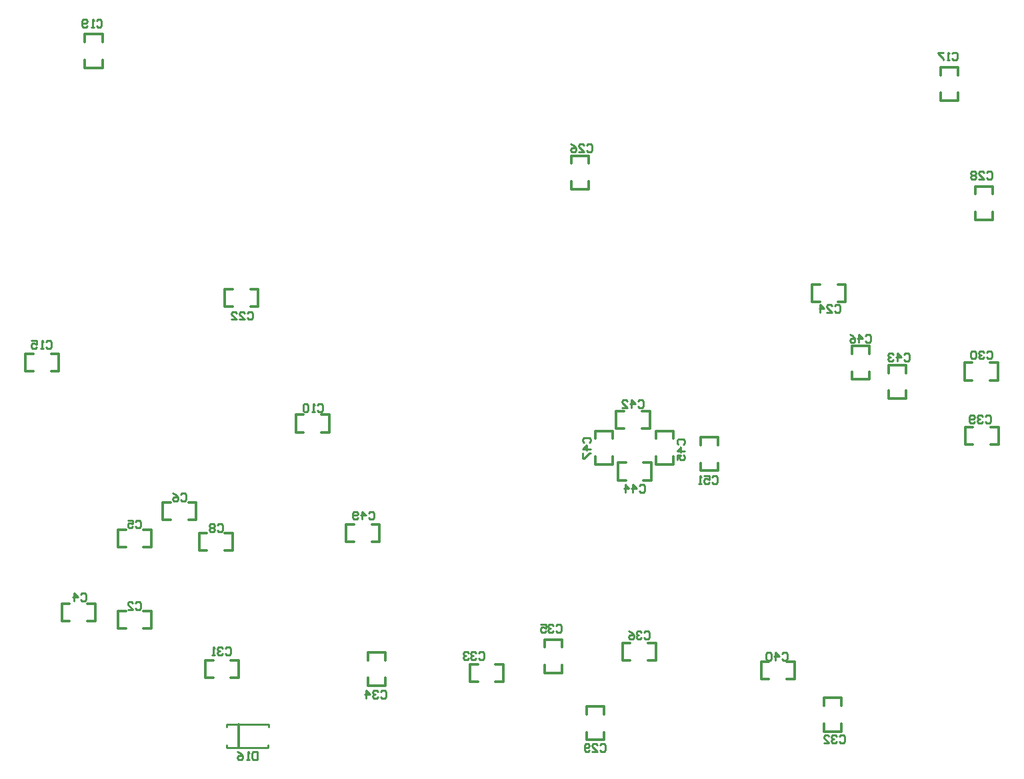
<source format=gbo>
%FSLAX24Y24*%
%MOIN*%
G70*
G01*
G75*
G04 Layer_Color=32896*
%ADD10O,0.0110X0.0866*%
%ADD11R,0.0110X0.0866*%
%ADD12R,0.0866X0.0110*%
%ADD13R,0.0787X0.0394*%
%ADD14R,0.0472X0.0709*%
%ADD15R,0.0591X0.0472*%
%ADD16R,0.0512X0.0433*%
%ADD17R,0.0591X0.0433*%
%ADD18R,0.0472X0.0906*%
%ADD19R,0.1575X0.0866*%
%ADD20R,0.2165X0.1772*%
%ADD21R,0.0236X0.0591*%
%ADD22O,0.0236X0.0591*%
%ADD23R,0.0433X0.0591*%
%ADD24O,0.0236X0.0787*%
%ADD25R,0.0236X0.0787*%
%ADD26R,0.0591X0.0787*%
%ADD27R,0.0787X0.0591*%
%ADD28R,0.0709X0.0472*%
%ADD29O,0.0591X0.0236*%
%ADD30R,0.0591X0.0236*%
%ADD31R,0.1772X0.2165*%
%ADD32R,0.0394X0.0787*%
%ADD33R,0.0787X0.1575*%
%ADD34R,0.0472X0.0591*%
%ADD35R,0.0433X0.0512*%
%ADD36R,0.0787X0.0236*%
%ADD37O,0.0787X0.0236*%
%ADD38R,0.0315X0.0335*%
%ADD39C,0.0157*%
%ADD40C,0.0098*%
%ADD41C,0.0394*%
%ADD42C,0.0079*%
%ADD43C,0.0197*%
%ADD44C,0.0236*%
%ADD45C,0.0118*%
%ADD46C,0.0138*%
%ADD47C,0.0100*%
%ADD48R,0.1339X0.1063*%
%ADD49R,0.3071X0.1772*%
%ADD50R,0.1299X0.1535*%
%ADD51R,0.1575X0.1417*%
%ADD52R,0.0193X0.0151*%
%ADD53R,0.1116X0.0604*%
%ADD54R,0.1063X0.0906*%
%ADD55R,0.0512X0.0157*%
%ADD56C,0.1181*%
%ADD57C,0.0600*%
%ADD58C,0.0709*%
%ADD59C,0.0787*%
%ADD60R,0.0787X0.0787*%
%ADD61R,0.1181X0.0669*%
%ADD62O,0.1181X0.0669*%
%ADD63C,0.0591*%
%ADD64R,0.0591X0.0591*%
%ADD65R,0.0984X0.0984*%
%ADD66C,0.0984*%
%ADD67R,0.0472X0.0984*%
%ADD68O,0.0472X0.0984*%
%ADD69C,0.0669*%
%ADD70R,0.0669X0.0669*%
%ADD71R,0.0591X0.0591*%
%ADD72R,0.0787X0.0787*%
%ADD73C,0.0500*%
%ADD74C,0.0787*%
%ADD75R,0.4213X0.3504*%
%ADD76R,0.7165X0.3189*%
%ADD77R,0.1732X0.1811*%
%ADD78R,0.2795X0.6811*%
%ADD79C,0.0039*%
%ADD80C,0.0102*%
%ADD81C,0.0080*%
%ADD82R,5.3228X0.0551*%
D45*
X36460Y19446D02*
X37330D01*
X36460Y21116D02*
X37330D01*
X36460Y20726D02*
Y21116D01*
X37330Y20726D02*
Y21116D01*
X36460Y19446D02*
Y19836D01*
X37330Y19446D02*
Y19836D01*
X42631Y8074D02*
X43501D01*
X42631Y6404D02*
X43501D01*
Y6794D01*
X42631Y6404D02*
Y6794D01*
X43501Y7684D02*
Y8074D01*
X42631Y7684D02*
Y8074D01*
X19836Y10358D02*
X20706D01*
X19836Y8688D02*
X20706D01*
Y9078D01*
X19836Y8688D02*
Y9078D01*
X20706Y9968D02*
Y10358D01*
X19836Y9968D02*
Y10358D01*
X13355Y5601D02*
Y6741D01*
X5794Y12802D02*
X6184D01*
X5794Y11932D02*
X6184D01*
X4514Y12802D02*
X4904D01*
X4514Y11932D02*
X4904D01*
X4514D02*
Y12802D01*
X6184Y11932D02*
Y12802D01*
X7320Y11568D02*
X7710D01*
X7320Y12438D02*
X7710D01*
X8600Y11568D02*
X8990D01*
X8600Y12438D02*
X8990D01*
Y11568D02*
Y12438D01*
X7320Y11568D02*
Y12438D01*
Y15623D02*
X7710D01*
X7320Y16493D02*
X7710D01*
X8600Y15623D02*
X8990D01*
X8600Y16493D02*
X8990D01*
Y15623D02*
Y16493D01*
X7320Y15623D02*
Y16493D01*
X11375Y15466D02*
X11765D01*
X11375Y16336D02*
X11765D01*
X12655Y15466D02*
X13045D01*
X12655Y16336D02*
X13045D01*
Y15466D02*
Y16336D01*
X11375Y15466D02*
Y16336D01*
X9564Y17001D02*
X9954D01*
X9564Y17871D02*
X9954D01*
X10844Y17001D02*
X11234D01*
X10844Y17871D02*
X11234D01*
Y17001D02*
Y17871D01*
X9564Y17001D02*
Y17871D01*
X3983Y25283D02*
X4373D01*
X3983Y24413D02*
X4373D01*
X2703Y25283D02*
X3093D01*
X2703Y24413D02*
X3093D01*
X2703D02*
Y25283D01*
X4373Y24413D02*
Y25283D01*
X13944Y28511D02*
X14334D01*
X13944Y27641D02*
X14334D01*
X12664Y28511D02*
X13054D01*
X12664Y27641D02*
X13054D01*
X12664D02*
Y28511D01*
X14334Y27641D02*
Y28511D01*
X43314Y28747D02*
X43704D01*
X43314Y27877D02*
X43704D01*
X42034Y28747D02*
X42424D01*
X42034Y27877D02*
X42424D01*
X42034D02*
Y28747D01*
X43704Y27877D02*
Y28747D01*
X29993Y34810D02*
Y35200D01*
X30863Y34810D02*
Y35200D01*
X29993Y33530D02*
Y33920D01*
X30863Y33530D02*
Y33920D01*
X29993Y33530D02*
X30863D01*
X29993Y35200D02*
X30863D01*
X49642Y23969D02*
X50032D01*
X49642Y24839D02*
X50032D01*
X50922Y23969D02*
X51312D01*
X50922Y24839D02*
X51312D01*
Y23969D02*
Y24839D01*
X49642Y23969D02*
Y24839D01*
X11690Y9088D02*
X12080D01*
X11690Y9958D02*
X12080D01*
X12970Y9088D02*
X13360D01*
X12970Y9958D02*
X13360D01*
Y9088D02*
Y9958D01*
X11690Y9088D02*
Y9958D01*
X50190Y33275D02*
Y33665D01*
X51060Y33275D02*
Y33665D01*
X50190Y31995D02*
Y32385D01*
X51060Y31995D02*
Y32385D01*
X50190Y31995D02*
X51060D01*
X50190Y33665D02*
X51060D01*
X31621Y5981D02*
Y6371D01*
X30751Y5981D02*
Y6371D01*
X31621Y7261D02*
Y7651D01*
X30751Y7261D02*
Y7651D01*
X31621D01*
X30751Y5981D02*
X31621D01*
X24918Y8891D02*
X25308D01*
X24918Y9761D02*
X25308D01*
X26198Y8891D02*
X26588D01*
X26198Y9761D02*
X26588D01*
Y8891D02*
Y9761D01*
X24918Y8891D02*
Y9761D01*
X29534Y9327D02*
Y9717D01*
X28664Y9327D02*
Y9717D01*
X29534Y10607D02*
Y10997D01*
X28664Y10607D02*
Y10997D01*
X29534D01*
X28664Y9327D02*
X29534D01*
X33826Y10834D02*
X34216D01*
X33826Y9964D02*
X34216D01*
X32546Y10834D02*
X32936D01*
X32546Y9964D02*
X32936D01*
X32546D02*
Y10834D01*
X34216Y9964D02*
Y10834D01*
X40755Y9889D02*
X41145D01*
X40755Y9019D02*
X41145D01*
X39475Y9889D02*
X39865D01*
X39475Y9019D02*
X39865D01*
X39475D02*
Y9889D01*
X41145Y9019D02*
Y9889D01*
X18737Y15899D02*
X19127D01*
X18737Y16769D02*
X19127D01*
X20017Y15899D02*
X20407D01*
X20017Y16769D02*
X20407D01*
Y15899D02*
Y16769D01*
X18737Y15899D02*
Y16769D01*
X16217Y21371D02*
X16607D01*
X16217Y22241D02*
X16607D01*
X17497Y21371D02*
X17887D01*
X17497Y22241D02*
X17887D01*
Y21371D02*
Y22241D01*
X16217Y21371D02*
Y22241D01*
X32320Y18969D02*
X32710D01*
X32320Y19839D02*
X32710D01*
X33600Y18969D02*
X33990D01*
X33600Y19839D02*
X33990D01*
Y18969D02*
Y19839D01*
X32320Y18969D02*
Y19839D01*
X32241Y21568D02*
X32631D01*
X32241Y22438D02*
X32631D01*
X33521Y21568D02*
X33911D01*
X33521Y22438D02*
X33911D01*
Y21568D02*
Y22438D01*
X32241Y21568D02*
Y22438D01*
X35086Y19761D02*
Y20151D01*
X34216Y19761D02*
Y20151D01*
X35086Y21041D02*
Y21431D01*
X34216Y21041D02*
Y21431D01*
X35086D01*
X34216Y19761D02*
X35086D01*
X32054D02*
Y20151D01*
X31184Y19761D02*
Y20151D01*
X32054Y21041D02*
Y21431D01*
X31184Y21041D02*
Y21431D01*
X32054D01*
X31184Y19761D02*
X32054D01*
X45859Y24338D02*
Y24728D01*
X46729Y24338D02*
Y24728D01*
X45859Y23058D02*
Y23448D01*
X46729Y23058D02*
Y23448D01*
X45859Y23058D02*
X46729D01*
X45859Y24728D02*
X46729D01*
X49682Y20741D02*
X50072D01*
X49682Y21611D02*
X50072D01*
X50962Y20741D02*
X51352D01*
X50962Y21611D02*
X51352D01*
Y20741D02*
Y21611D01*
X49682Y20741D02*
Y21611D01*
X49338Y37950D02*
Y38340D01*
X48468Y37950D02*
Y38340D01*
X49338Y39230D02*
Y39620D01*
X48468Y39230D02*
Y39620D01*
X49338D01*
X48468Y37950D02*
X49338D01*
X6542Y39603D02*
Y39993D01*
X5672Y39603D02*
Y39993D01*
X6542Y40883D02*
Y41273D01*
X5672Y40883D02*
Y41273D01*
X6542D01*
X5672Y39603D02*
X6542D01*
X44889Y24013D02*
Y24403D01*
X44019Y24013D02*
Y24403D01*
X44889Y25293D02*
Y25683D01*
X44019Y25293D02*
Y25683D01*
X44889D01*
X44019Y24013D02*
X44889D01*
D47*
X14845Y6621D02*
Y6761D01*
X14825Y5591D02*
Y5731D01*
X12745Y6631D02*
Y6761D01*
Y5591D02*
Y5721D01*
Y5591D02*
X14825D01*
X12745Y6761D02*
X14845D01*
X37021Y19108D02*
X37087Y19173D01*
X37218D01*
X37283Y19108D01*
Y18845D01*
X37218Y18780D01*
X37087D01*
X37021Y18845D01*
X36628Y19173D02*
X36890D01*
Y18976D01*
X36759Y19042D01*
X36693D01*
X36628Y18976D01*
Y18845D01*
X36693Y18780D01*
X36824D01*
X36890Y18845D01*
X36496Y18780D02*
X36365D01*
X36431D01*
Y19173D01*
X36496Y19108D01*
X43399Y6155D02*
X43465Y6220D01*
X43596D01*
X43661Y6155D01*
Y5892D01*
X43596Y5827D01*
X43465D01*
X43399Y5892D01*
X43268Y6155D02*
X43202Y6220D01*
X43071D01*
X43005Y6155D01*
Y6089D01*
X43071Y6024D01*
X43137D01*
X43071D01*
X43005Y5958D01*
Y5892D01*
X43071Y5827D01*
X43202D01*
X43268Y5892D01*
X42612Y5827D02*
X42874D01*
X42612Y6089D01*
Y6155D01*
X42677Y6220D01*
X42809D01*
X42874Y6155D01*
X20446Y8399D02*
X20512Y8464D01*
X20643D01*
X20709Y8399D01*
Y8136D01*
X20643Y8071D01*
X20512D01*
X20446Y8136D01*
X20315Y8399D02*
X20249Y8464D01*
X20118D01*
X20053Y8399D01*
Y8333D01*
X20118Y8268D01*
X20184D01*
X20118D01*
X20053Y8202D01*
Y8136D01*
X20118Y8071D01*
X20249D01*
X20315Y8136D01*
X19725Y8071D02*
Y8464D01*
X19922Y8268D01*
X19659D01*
X14291Y5394D02*
Y5000D01*
X14095D01*
X14029Y5066D01*
Y5328D01*
X14095Y5394D01*
X14291D01*
X13898Y5000D02*
X13767D01*
X13832D01*
Y5394D01*
X13898Y5328D01*
X13307Y5394D02*
X13439Y5328D01*
X13570Y5197D01*
Y5066D01*
X13504Y5000D01*
X13373D01*
X13307Y5066D01*
Y5131D01*
X13373Y5197D01*
X13570D01*
X8202Y12808D02*
X8268Y12874D01*
X8399D01*
X8465Y12808D01*
Y12546D01*
X8399Y12480D01*
X8268D01*
X8202Y12546D01*
X7809Y12480D02*
X8071D01*
X7809Y12743D01*
Y12808D01*
X7874Y12874D01*
X8005D01*
X8071Y12808D01*
X5446Y13241D02*
X5512Y13307D01*
X5643D01*
X5709Y13241D01*
Y12979D01*
X5643Y12913D01*
X5512D01*
X5446Y12979D01*
X5118Y12913D02*
Y13307D01*
X5315Y13110D01*
X5053D01*
X8202Y16903D02*
X8268Y16968D01*
X8399D01*
X8465Y16903D01*
Y16640D01*
X8399Y16575D01*
X8268D01*
X8202Y16640D01*
X7809Y16968D02*
X8071D01*
Y16772D01*
X7940Y16837D01*
X7874D01*
X7809Y16772D01*
Y16640D01*
X7874Y16575D01*
X8005D01*
X8071Y16640D01*
X10446Y18241D02*
X10512Y18307D01*
X10643D01*
X10709Y18241D01*
Y17979D01*
X10643Y17913D01*
X10512D01*
X10446Y17979D01*
X10053Y18307D02*
X10184Y18241D01*
X10315Y18110D01*
Y17979D01*
X10249Y17913D01*
X10118D01*
X10053Y17979D01*
Y18045D01*
X10118Y18110D01*
X10315D01*
X12297Y16706D02*
X12362Y16772D01*
X12493D01*
X12559Y16706D01*
Y16444D01*
X12493Y16378D01*
X12362D01*
X12297Y16444D01*
X12165Y16706D02*
X12100Y16772D01*
X11969D01*
X11903Y16706D01*
Y16640D01*
X11969Y16575D01*
X11903Y16509D01*
Y16444D01*
X11969Y16378D01*
X12100D01*
X12165Y16444D01*
Y16509D01*
X12100Y16575D01*
X12165Y16640D01*
Y16706D01*
X12100Y16575D02*
X11969D01*
X17297Y22730D02*
X17362Y22795D01*
X17493D01*
X17559Y22730D01*
Y22467D01*
X17493Y22402D01*
X17362D01*
X17297Y22467D01*
X17165Y22402D02*
X17034D01*
X17100D01*
Y22795D01*
X17165Y22730D01*
X16838D02*
X16772Y22795D01*
X16641D01*
X16575Y22730D01*
Y22467D01*
X16641Y22402D01*
X16772D01*
X16838Y22467D01*
Y22730D01*
X3714Y25879D02*
X3780Y25945D01*
X3911D01*
X3976Y25879D01*
Y25617D01*
X3911Y25551D01*
X3780D01*
X3714Y25617D01*
X3583Y25551D02*
X3452D01*
X3517D01*
Y25945D01*
X3583Y25879D01*
X2992Y25945D02*
X3255D01*
Y25748D01*
X3124Y25814D01*
X3058D01*
X2992Y25748D01*
Y25617D01*
X3058Y25551D01*
X3189D01*
X3255Y25617D01*
X49037Y40305D02*
X49103Y40371D01*
X49234D01*
X49300Y40305D01*
Y40043D01*
X49234Y39977D01*
X49103D01*
X49037Y40043D01*
X48906Y39977D02*
X48775D01*
X48840D01*
Y40371D01*
X48906Y40305D01*
X48578Y40371D02*
X48316D01*
Y40305D01*
X48578Y40043D01*
Y39977D01*
X6244Y41958D02*
X6309Y42024D01*
X6441D01*
X6506Y41958D01*
Y41696D01*
X6441Y41630D01*
X6309D01*
X6244Y41696D01*
X6113Y41630D02*
X5981D01*
X6047D01*
Y42024D01*
X6113Y41958D01*
X5785Y41696D02*
X5719Y41630D01*
X5588D01*
X5522Y41696D01*
Y41958D01*
X5588Y42024D01*
X5719D01*
X5785Y41958D01*
Y41892D01*
X5719Y41827D01*
X5522D01*
X13793Y27336D02*
X13858Y27401D01*
X13990D01*
X14055Y27336D01*
Y27073D01*
X13990Y27008D01*
X13858D01*
X13793Y27073D01*
X13399Y27008D02*
X13662D01*
X13399Y27270D01*
Y27336D01*
X13465Y27401D01*
X13596D01*
X13662Y27336D01*
X13006Y27008D02*
X13268D01*
X13006Y27270D01*
Y27336D01*
X13071Y27401D01*
X13202D01*
X13268Y27336D01*
X43163Y27690D02*
X43228Y27756D01*
X43360D01*
X43425Y27690D01*
Y27428D01*
X43360Y27362D01*
X43228D01*
X43163Y27428D01*
X42769Y27362D02*
X43032D01*
X42769Y27625D01*
Y27690D01*
X42835Y27756D01*
X42966D01*
X43032Y27690D01*
X42441Y27362D02*
Y27756D01*
X42638Y27559D01*
X42376D01*
X30761Y35722D02*
X30827Y35787D01*
X30958D01*
X31024Y35722D01*
Y35459D01*
X30958Y35394D01*
X30827D01*
X30761Y35459D01*
X30368Y35394D02*
X30630D01*
X30368Y35656D01*
Y35722D01*
X30433Y35787D01*
X30564D01*
X30630Y35722D01*
X29974Y35787D02*
X30105Y35722D01*
X30236Y35590D01*
Y35459D01*
X30171Y35394D01*
X30040D01*
X29974Y35459D01*
Y35525D01*
X30040Y35590D01*
X30236D01*
X50761Y34354D02*
X50827Y34420D01*
X50958D01*
X51024Y34354D01*
Y34092D01*
X50958Y34026D01*
X50827D01*
X50761Y34092D01*
X50368Y34026D02*
X50630D01*
X50368Y34289D01*
Y34354D01*
X50433Y34420D01*
X50565D01*
X50630Y34354D01*
X50237D02*
X50171Y34420D01*
X50040D01*
X49974Y34354D01*
Y34289D01*
X50040Y34223D01*
X49974Y34157D01*
Y34092D01*
X50040Y34026D01*
X50171D01*
X50237Y34092D01*
Y34157D01*
X50171Y34223D01*
X50237Y34289D01*
Y34354D01*
X50171Y34223D02*
X50040D01*
X31431Y5722D02*
X31496Y5787D01*
X31627D01*
X31693Y5722D01*
Y5459D01*
X31627Y5394D01*
X31496D01*
X31431Y5459D01*
X31037Y5394D02*
X31299D01*
X31037Y5656D01*
Y5722D01*
X31103Y5787D01*
X31234D01*
X31299Y5722D01*
X30906Y5459D02*
X30840Y5394D01*
X30709D01*
X30643Y5459D01*
Y5722D01*
X30709Y5787D01*
X30840D01*
X30906Y5722D01*
Y5656D01*
X30840Y5590D01*
X30643D01*
X50761Y25367D02*
X50827Y25433D01*
X50958D01*
X51024Y25367D01*
Y25105D01*
X50958Y25039D01*
X50827D01*
X50761Y25105D01*
X50630Y25367D02*
X50564Y25433D01*
X50433D01*
X50368Y25367D01*
Y25302D01*
X50433Y25236D01*
X50499D01*
X50433D01*
X50368Y25171D01*
Y25105D01*
X50433Y25039D01*
X50564D01*
X50630Y25105D01*
X50236Y25367D02*
X50171Y25433D01*
X50040D01*
X49974Y25367D01*
Y25105D01*
X50040Y25039D01*
X50171D01*
X50236Y25105D01*
Y25367D01*
X12690Y10564D02*
X12756Y10630D01*
X12887D01*
X12953Y10564D01*
Y10302D01*
X12887Y10236D01*
X12756D01*
X12690Y10302D01*
X12559Y10564D02*
X12494Y10630D01*
X12362D01*
X12297Y10564D01*
Y10499D01*
X12362Y10433D01*
X12428D01*
X12362D01*
X12297Y10367D01*
Y10302D01*
X12362Y10236D01*
X12494D01*
X12559Y10302D01*
X12166Y10236D02*
X12034D01*
X12100D01*
Y10630D01*
X12166Y10564D01*
X25368Y10328D02*
X25433Y10394D01*
X25564D01*
X25630Y10328D01*
Y10066D01*
X25564Y10000D01*
X25433D01*
X25368Y10066D01*
X25236Y10328D02*
X25171Y10394D01*
X25040D01*
X24974Y10328D01*
Y10262D01*
X25040Y10197D01*
X25105D01*
X25040D01*
X24974Y10131D01*
Y10066D01*
X25040Y10000D01*
X25171D01*
X25236Y10066D01*
X24843Y10328D02*
X24777Y10394D01*
X24646D01*
X24580Y10328D01*
Y10262D01*
X24646Y10197D01*
X24712D01*
X24646D01*
X24580Y10131D01*
Y10066D01*
X24646Y10000D01*
X24777D01*
X24843Y10066D01*
X29234Y11688D02*
X29299Y11753D01*
X29431D01*
X29496Y11688D01*
Y11426D01*
X29431Y11360D01*
X29299D01*
X29234Y11426D01*
X29103Y11688D02*
X29037Y11753D01*
X28906D01*
X28840Y11688D01*
Y11622D01*
X28906Y11557D01*
X28971D01*
X28906D01*
X28840Y11491D01*
Y11426D01*
X28906Y11360D01*
X29037D01*
X29103Y11426D01*
X28447Y11753D02*
X28709D01*
Y11557D01*
X28578Y11622D01*
X28512D01*
X28447Y11557D01*
Y11426D01*
X28512Y11360D01*
X28643D01*
X28709Y11426D01*
X33635Y11352D02*
X33701Y11417D01*
X33832D01*
X33898Y11352D01*
Y11089D01*
X33832Y11024D01*
X33701D01*
X33635Y11089D01*
X33504Y11352D02*
X33438Y11417D01*
X33307D01*
X33242Y11352D01*
Y11286D01*
X33307Y11220D01*
X33373D01*
X33307D01*
X33242Y11155D01*
Y11089D01*
X33307Y11024D01*
X33438D01*
X33504Y11089D01*
X32848Y11417D02*
X32979Y11352D01*
X33110Y11220D01*
Y11089D01*
X33045Y11024D01*
X32914D01*
X32848Y11089D01*
Y11155D01*
X32914Y11220D01*
X33110D01*
X50683Y22139D02*
X50748Y22205D01*
X50879D01*
X50945Y22139D01*
Y21877D01*
X50879Y21811D01*
X50748D01*
X50683Y21877D01*
X50551Y22139D02*
X50486Y22205D01*
X50355D01*
X50289Y22139D01*
Y22073D01*
X50355Y22008D01*
X50420D01*
X50355D01*
X50289Y21942D01*
Y21877D01*
X50355Y21811D01*
X50486D01*
X50551Y21877D01*
X50158D02*
X50092Y21811D01*
X49961D01*
X49895Y21877D01*
Y22139D01*
X49961Y22205D01*
X50092D01*
X50158Y22139D01*
Y22073D01*
X50092Y22008D01*
X49895D01*
X40525Y10289D02*
X40591Y10354D01*
X40722D01*
X40787Y10289D01*
Y10026D01*
X40722Y9961D01*
X40591D01*
X40525Y10026D01*
X40197Y9961D02*
Y10354D01*
X40394Y10157D01*
X40131D01*
X40000Y10289D02*
X39935Y10354D01*
X39803D01*
X39738Y10289D01*
Y10026D01*
X39803Y9961D01*
X39935D01*
X40000Y10026D01*
Y10289D01*
X33320Y22926D02*
X33386Y22992D01*
X33517D01*
X33583Y22926D01*
Y22664D01*
X33517Y22598D01*
X33386D01*
X33320Y22664D01*
X32992Y22598D02*
Y22992D01*
X33189Y22795D01*
X32927D01*
X32533Y22598D02*
X32796D01*
X32533Y22861D01*
Y22926D01*
X32599Y22992D01*
X32730D01*
X32796Y22926D01*
X46627Y25249D02*
X46693Y25315D01*
X46824D01*
X46890Y25249D01*
Y24987D01*
X46824Y24921D01*
X46693D01*
X46627Y24987D01*
X46299Y24921D02*
Y25315D01*
X46496Y25118D01*
X46234D01*
X46103Y25249D02*
X46037Y25315D01*
X45906D01*
X45840Y25249D01*
Y25184D01*
X45906Y25118D01*
X45971D01*
X45906D01*
X45840Y25052D01*
Y24987D01*
X45906Y24921D01*
X46037D01*
X46103Y24987D01*
X33399Y18674D02*
X33465Y18740D01*
X33596D01*
X33661Y18674D01*
Y18412D01*
X33596Y18346D01*
X33465D01*
X33399Y18412D01*
X33071Y18346D02*
Y18740D01*
X33268Y18543D01*
X33005D01*
X32677Y18346D02*
Y18740D01*
X32874Y18543D01*
X32612D01*
X35341Y20761D02*
X35276Y20827D01*
Y20958D01*
X35341Y21024D01*
X35604D01*
X35669Y20958D01*
Y20827D01*
X35604Y20761D01*
X35669Y20433D02*
X35276D01*
X35473Y20630D01*
Y20368D01*
X35276Y19974D02*
Y20236D01*
X35473D01*
X35407Y20105D01*
Y20040D01*
X35473Y19974D01*
X35604D01*
X35669Y20040D01*
Y20171D01*
X35604Y20236D01*
X44698Y26194D02*
X44764Y26260D01*
X44895D01*
X44961Y26194D01*
Y25932D01*
X44895Y25866D01*
X44764D01*
X44698Y25932D01*
X44370Y25866D02*
Y26260D01*
X44567Y26063D01*
X44305D01*
X43911Y26260D02*
X44042Y26194D01*
X44173Y26063D01*
Y25932D01*
X44108Y25866D01*
X43977D01*
X43911Y25932D01*
Y25997D01*
X43977Y26063D01*
X44173D01*
X30617Y20840D02*
X30551Y20906D01*
Y21037D01*
X30617Y21102D01*
X30879D01*
X30945Y21037D01*
Y20906D01*
X30879Y20840D01*
X30945Y20512D02*
X30551D01*
X30748Y20709D01*
Y20446D01*
X30551Y20315D02*
Y20053D01*
X30617D01*
X30879Y20315D01*
X30945D01*
X19856Y17336D02*
X19921Y17401D01*
X20053D01*
X20118Y17336D01*
Y17073D01*
X20053Y17008D01*
X19921D01*
X19856Y17073D01*
X19528Y17008D02*
Y17401D01*
X19725Y17205D01*
X19462D01*
X19331Y17073D02*
X19265Y17008D01*
X19134D01*
X19069Y17073D01*
Y17336D01*
X19134Y17401D01*
X19265D01*
X19331Y17336D01*
Y17270D01*
X19265Y17205D01*
X19069D01*
M02*

</source>
